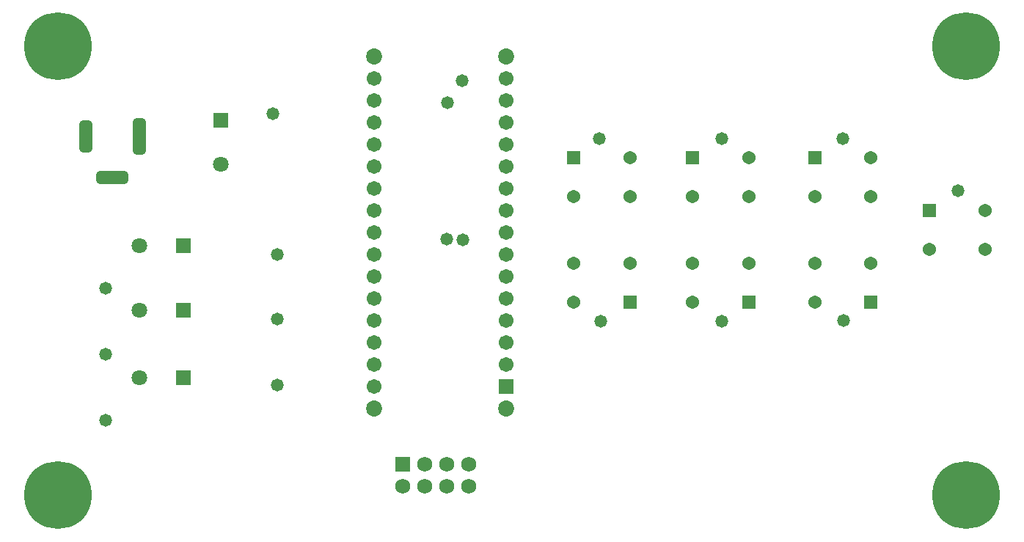
<source format=gbs>
G04*
G04 #@! TF.GenerationSoftware,Altium Limited,Altium Designer,21.1.1 (26)*
G04*
G04 Layer_Color=16711935*
%FSLAX25Y25*%
%MOIN*%
G70*
G04*
G04 #@! TF.SameCoordinates,E57EF3AD-EC9D-4E23-9065-B2E2A4799F1B*
G04*
G04*
G04 #@! TF.FilePolarity,Negative*
G04*
G01*
G75*
%ADD31C,0.07099*%
%ADD32R,0.07099X0.07099*%
%ADD33C,0.06902*%
%ADD34R,0.06902X0.06902*%
G04:AMPARAMS|DCode=35|XSize=145.8mil|YSize=59.18mil|CornerRadius=16.8mil|HoleSize=0mil|Usage=FLASHONLY|Rotation=180.000|XOffset=0mil|YOffset=0mil|HoleType=Round|Shape=RoundedRectangle|*
%AMROUNDEDRECTD35*
21,1,0.14580,0.02559,0,0,180.0*
21,1,0.11221,0.05918,0,0,180.0*
1,1,0.03359,-0.05610,0.01280*
1,1,0.03359,0.05610,0.01280*
1,1,0.03359,0.05610,-0.01280*
1,1,0.03359,-0.05610,-0.01280*
%
%ADD35ROUNDEDRECTD35*%
G04:AMPARAMS|DCode=36|XSize=145.8mil|YSize=59.18mil|CornerRadius=16.8mil|HoleSize=0mil|Usage=FLASHONLY|Rotation=90.000|XOffset=0mil|YOffset=0mil|HoleType=Round|Shape=RoundedRectangle|*
%AMROUNDEDRECTD36*
21,1,0.14580,0.02559,0,0,90.0*
21,1,0.11221,0.05918,0,0,90.0*
1,1,0.03359,0.01280,0.05610*
1,1,0.03359,0.01280,-0.05610*
1,1,0.03359,-0.01280,-0.05610*
1,1,0.03359,-0.01280,0.05610*
%
%ADD36ROUNDEDRECTD36*%
G04:AMPARAMS|DCode=37|XSize=165.48mil|YSize=59.18mil|CornerRadius=16.8mil|HoleSize=0mil|Usage=FLASHONLY|Rotation=90.000|XOffset=0mil|YOffset=0mil|HoleType=Round|Shape=RoundedRectangle|*
%AMROUNDEDRECTD37*
21,1,0.16548,0.02559,0,0,90.0*
21,1,0.13189,0.05918,0,0,90.0*
1,1,0.03359,0.01280,0.06594*
1,1,0.03359,0.01280,-0.06594*
1,1,0.03359,-0.01280,-0.06594*
1,1,0.03359,-0.01280,0.06594*
%
%ADD37ROUNDEDRECTD37*%
%ADD38R,0.06063X0.06063*%
%ADD39C,0.06063*%
%ADD40R,0.07099X0.07099*%
%ADD41R,0.06737X0.06737*%
%ADD42C,0.06737*%
%ADD43C,0.07300*%
%ADD44C,0.30800*%
%ADD45C,0.05800*%
D31*
X157000Y323500D02*
D03*
Y353000D02*
D03*
Y293000D02*
D03*
X194000Y390000D02*
D03*
D32*
X177000Y323500D02*
D03*
Y353000D02*
D03*
Y293000D02*
D03*
D33*
X306500Y243500D02*
D03*
X296500D02*
D03*
X286500D02*
D03*
X276500D02*
D03*
X306500Y253500D02*
D03*
X296500D02*
D03*
X286500D02*
D03*
D34*
X276500D02*
D03*
D35*
X144402Y383996D02*
D03*
D36*
X132591Y402500D02*
D03*
D37*
X157000D02*
D03*
D38*
X515705Y368858D02*
D03*
X463705Y392858D02*
D03*
X354205D02*
D03*
X379795Y327142D02*
D03*
X408205Y392858D02*
D03*
X489295Y327142D02*
D03*
X433795D02*
D03*
D39*
X541295Y368858D02*
D03*
X515705Y351142D02*
D03*
X541295D02*
D03*
X489295Y392858D02*
D03*
X463705Y375142D02*
D03*
X489295D02*
D03*
X379795D02*
D03*
X354205D02*
D03*
X379795Y392858D02*
D03*
X354205Y327142D02*
D03*
X379795Y344858D02*
D03*
X354205D02*
D03*
X433795Y392858D02*
D03*
X408205Y375142D02*
D03*
X433795D02*
D03*
X463705Y344858D02*
D03*
X489295D02*
D03*
X463705Y327142D02*
D03*
X408205Y344858D02*
D03*
X433795D02*
D03*
X408205Y327142D02*
D03*
D40*
X194000Y410000D02*
D03*
D41*
X323500Y289000D02*
D03*
D42*
Y299000D02*
D03*
Y309000D02*
D03*
Y319000D02*
D03*
Y329000D02*
D03*
Y339000D02*
D03*
Y349000D02*
D03*
Y359000D02*
D03*
Y369000D02*
D03*
Y379000D02*
D03*
Y389000D02*
D03*
Y399000D02*
D03*
Y409000D02*
D03*
Y419000D02*
D03*
Y429000D02*
D03*
X263500D02*
D03*
Y419000D02*
D03*
Y409000D02*
D03*
Y399000D02*
D03*
Y389000D02*
D03*
Y379000D02*
D03*
Y369000D02*
D03*
Y359000D02*
D03*
Y349000D02*
D03*
Y339000D02*
D03*
Y329000D02*
D03*
Y319000D02*
D03*
Y309000D02*
D03*
Y299000D02*
D03*
Y289000D02*
D03*
D43*
X323500Y439000D02*
D03*
X263500D02*
D03*
X323500Y279000D02*
D03*
X263500D02*
D03*
D44*
X532500Y443500D02*
D03*
X120000D02*
D03*
X532500Y239500D02*
D03*
X120000D02*
D03*
D45*
X141500Y273500D02*
D03*
X304000Y355500D02*
D03*
X296500Y356000D02*
D03*
X297000Y418000D02*
D03*
X303500Y428000D02*
D03*
X477000Y319000D02*
D03*
X421500Y318500D02*
D03*
X366500D02*
D03*
X529000Y378000D02*
D03*
X476500Y401500D02*
D03*
X366000D02*
D03*
X421500D02*
D03*
X219500Y289500D02*
D03*
Y319500D02*
D03*
Y349000D02*
D03*
X141500Y303500D02*
D03*
Y333500D02*
D03*
X217500Y413000D02*
D03*
M02*

</source>
